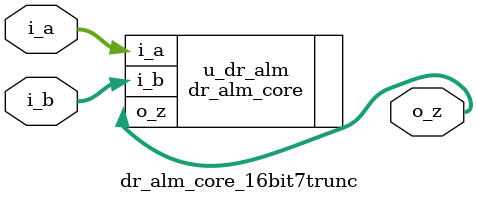
<source format=sv>

module dr_alm_core_16bit7trunc (
    input  logic signed [15:0] i_a,
    input  logic signed [15:0] i_b,
    output logic signed [31:0] o_z
);

    // ================================ INSTANTIATE WHATEVER DESIGN YOU WANT HERE ================================
    // ============================================================================================================
    dr_alm_core #(.DWIDTH(16), .TRUNC_WIDTH(3)) u_dr_alm (
    // dr_alm_16bit_signed #(.TRUNC_WIDTH(6)) u_dr_alm (
        .i_a(i_a),
        .i_b(i_b),
        .o_z(o_z)
    );
    // ============================================================================================================

endmodule : dr_alm_core_16bit7trunc


</source>
